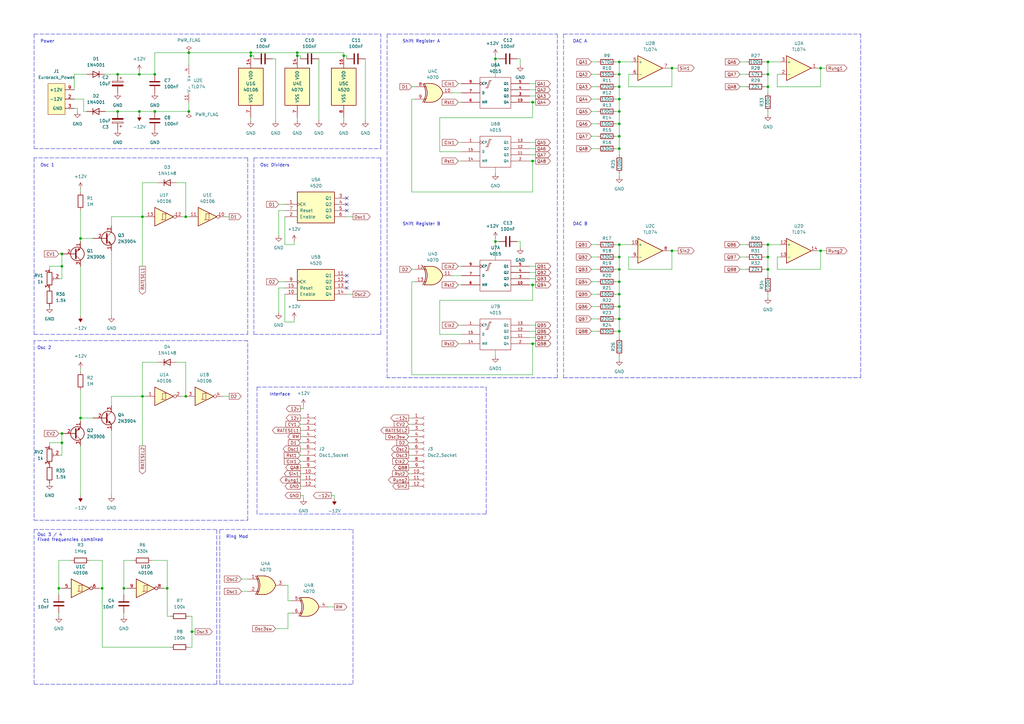
<source format=kicad_sch>
(kicad_sch (version 20211123) (generator eeschema)
  (paper "A3")
  (bus_alias "GND" (members "GND" "GND1"))
  (junction (at 254 50.8))
  (junction (at 218.44 66.04))
  (junction (at 254 115.57))
  (junction (at 314.96 105.41))
  (junction (at 314.96 25.4))
  (junction (at 254 135.89))
  (junction (at 254 120.65))
  (junction (at 76.2 162.56))
  (junction (at 58.42 162.56))
  (junction (at 254 60.96))
  (junction (at 140.97 22.86))
  (junction (at 218.44 140.97))
  (junction (at 63.5 45.72))
  (junction (at 58.42 88.9))
  (junction (at 25.4 104.14))
  (junction (at 254 40.64))
  (junction (at 254 125.73))
  (junction (at 254 105.41))
  (junction (at 254 30.48))
  (junction (at 314.96 30.48))
  (junction (at 25.4 181.61))
  (junction (at 314.96 110.49))
  (junction (at 121.92 22.86))
  (junction (at 57.15 45.72))
  (junction (at 57.15 30.48))
  (junction (at 50.8 241.3))
  (junction (at 254 110.49))
  (junction (at 336.55 27.94))
  (junction (at 48.26 45.72))
  (junction (at 102.87 21.59))
  (junction (at 24.13 241.3))
  (junction (at 33.02 97.79))
  (junction (at 254 130.81))
  (junction (at 203.2 99.06))
  (junction (at 218.44 116.84))
  (junction (at 78.74 259.08))
  (junction (at 254 35.56))
  (junction (at 254 100.33))
  (junction (at 314.96 100.33))
  (junction (at 254 25.4))
  (junction (at 218.44 41.91))
  (junction (at 275.59 27.94))
  (junction (at 314.96 35.56))
  (junction (at 68.58 241.3))
  (junction (at 77.47 45.72))
  (junction (at 25.4 109.22))
  (junction (at 63.5 30.48))
  (junction (at 254 45.72))
  (junction (at 102.87 22.86))
  (junction (at 77.47 21.59))
  (junction (at 41.91 241.3))
  (junction (at 275.59 102.87))
  (junction (at 121.92 21.59))
  (junction (at 203.2 24.13))
  (junction (at 254 55.88))
  (junction (at 48.26 30.48))
  (junction (at 336.55 102.87))
  (junction (at 76.2 88.9))
  (junction (at 33.02 171.45))
  (junction (at 25.4 177.8))
  (no_connect (at 142.24 81.28))
  (no_connect (at 142.24 83.82))
  (no_connect (at 142.24 113.03))
  (no_connect (at 142.24 86.36))
  (no_connect (at 142.24 118.11))
  (no_connect (at 142.24 115.57))
  (wire (pts (xy 123.19 194.31) (xy 124.46 194.31)))
  (wire (pts (xy 140.97 48.26) (xy 140.97 49.53)))
  (wire (pts (xy 218.44 66.04) (xy 219.71 66.04)))
  (wire (pts (xy 203.2 68.58) (xy 203.2 71.12)))
  (wire (pts (xy 69.85 252.73) (xy 68.58 252.73)))
  (wire (pts (xy 242.57 115.57) (xy 245.11 115.57)))
  (wire (pts (xy 314.96 38.1) (xy 314.96 35.56)))
  (wire (pts (xy 140.97 22.86) (xy 142.24 22.86)))
  (wire (pts (xy 336.55 27.94) (xy 335.28 27.94)))
  (wire (pts (xy 78.74 259.08) (xy 78.74 265.43)))
  (wire (pts (xy 41.91 265.43) (xy 41.91 241.3)))
  (wire (pts (xy 218.44 48.26) (xy 218.44 41.91)))
  (wire (pts (xy 123.19 173.99) (xy 124.46 173.99)))
  (wire (pts (xy 314.96 100.33) (xy 320.04 100.33)))
  (polyline (pts (xy 13.97 60.96) (xy 156.21 60.96)))
  (wire (pts (xy 118.11 257.81) (xy 118.11 251.46)))
  (wire (pts (xy 167.64 199.39) (xy 168.91 199.39)))
  (wire (pts (xy 187.96 41.91) (xy 189.23 41.91)))
  (wire (pts (xy 58.42 88.9) (xy 59.69 88.9)))
  (wire (pts (xy 72.39 74.93) (xy 76.2 74.93)))
  (wire (pts (xy 48.26 30.48) (xy 57.15 30.48)))
  (wire (pts (xy 57.15 45.72) (xy 57.15 46.99)))
  (wire (pts (xy 185.42 113.03) (xy 189.23 113.03)))
  (wire (pts (xy 167.64 186.69) (xy 168.91 186.69)))
  (wire (pts (xy 252.73 50.8) (xy 254 50.8)))
  (wire (pts (xy 140.97 21.59) (xy 140.97 22.86)))
  (wire (pts (xy 36.83 229.87) (xy 41.91 229.87)))
  (wire (pts (xy 130.81 24.13) (xy 130.81 49.53)))
  (wire (pts (xy 68.58 229.87) (xy 68.58 241.3)))
  (wire (pts (xy 24.13 241.3) (xy 25.4 241.3)))
  (wire (pts (xy 217.17 34.29) (xy 219.71 34.29)))
  (wire (pts (xy 123.19 171.45) (xy 124.46 171.45)))
  (wire (pts (xy 116.84 120.65) (xy 116.84 132.08)))
  (wire (pts (xy 218.44 41.91) (xy 217.17 41.91)))
  (wire (pts (xy 168.91 78.74) (xy 168.91 40.64)))
  (wire (pts (xy 254 100.33) (xy 259.08 100.33)))
  (wire (pts (xy 218.44 140.97) (xy 219.71 140.97)))
  (wire (pts (xy 111.76 24.13) (xy 113.03 24.13)))
  (wire (pts (xy 203.2 97.79) (xy 203.2 99.06)))
  (wire (pts (xy 257.81 30.48) (xy 257.81 35.56)))
  (wire (pts (xy 116.84 88.9) (xy 116.84 100.33)))
  (wire (pts (xy 48.26 45.72) (xy 57.15 45.72)))
  (wire (pts (xy 104.14 22.86) (xy 104.14 24.13)))
  (wire (pts (xy 217.17 39.37) (xy 219.71 39.37)))
  (wire (pts (xy 252.73 100.33) (xy 254 100.33)))
  (wire (pts (xy 43.18 30.48) (xy 48.26 30.48)))
  (wire (pts (xy 318.77 35.56) (xy 336.55 35.56)))
  (wire (pts (xy 77.47 21.59) (xy 77.47 26.67)))
  (wire (pts (xy 33.02 78.74) (xy 33.02 77.47)))
  (wire (pts (xy 254 25.4) (xy 259.08 25.4)))
  (wire (pts (xy 168.91 40.64) (xy 170.18 40.64)))
  (wire (pts (xy 218.44 78.74) (xy 168.91 78.74)))
  (wire (pts (xy 123.19 196.85) (xy 124.46 196.85)))
  (wire (pts (xy 313.69 100.33) (xy 314.96 100.33)))
  (wire (pts (xy 33.02 86.36) (xy 33.02 97.79)))
  (polyline (pts (xy 13.97 217.17) (xy 13.97 280.67)))
  (wire (pts (xy 134.62 248.92) (xy 137.16 248.92)))
  (wire (pts (xy 187.96 133.35) (xy 189.23 133.35)))
  (wire (pts (xy 121.92 21.59) (xy 121.92 22.86)))
  (wire (pts (xy 77.47 265.43) (xy 78.74 265.43)))
  (polyline (pts (xy 13.97 139.7) (xy 13.97 213.36)))
  (wire (pts (xy 45.72 162.56) (xy 58.42 162.56)))
  (wire (pts (xy 275.59 27.94) (xy 278.13 27.94)))
  (wire (pts (xy 318.77 105.41) (xy 318.77 110.49)))
  (wire (pts (xy 275.59 110.49) (xy 275.59 102.87)))
  (wire (pts (xy 203.2 143.51) (xy 203.2 146.05)))
  (wire (pts (xy 25.4 109.22) (xy 25.4 114.3)))
  (wire (pts (xy 314.96 100.33) (xy 314.96 105.41)))
  (wire (pts (xy 31.75 44.45) (xy 31.75 45.72)))
  (wire (pts (xy 118.11 251.46) (xy 119.38 251.46)))
  (wire (pts (xy 213.36 99.06) (xy 213.36 101.6)))
  (wire (pts (xy 142.24 22.86) (xy 142.24 24.13)))
  (wire (pts (xy 217.17 60.96) (xy 219.71 60.96)))
  (wire (pts (xy 62.23 229.87) (xy 68.58 229.87)))
  (wire (pts (xy 254 110.49) (xy 254 115.57)))
  (wire (pts (xy 242.57 45.72) (xy 245.11 45.72)))
  (wire (pts (xy 167.64 181.61) (xy 168.91 181.61)))
  (wire (pts (xy 121.92 21.59) (xy 140.97 21.59)))
  (wire (pts (xy 167.64 191.77) (xy 168.91 191.77)))
  (wire (pts (xy 20.32 181.61) (xy 20.32 182.88)))
  (wire (pts (xy 252.73 130.81) (xy 254 130.81)))
  (wire (pts (xy 167.64 179.07) (xy 168.91 179.07)))
  (wire (pts (xy 167.64 189.23) (xy 168.91 189.23)))
  (wire (pts (xy 123.19 203.2) (xy 124.46 203.2)))
  (wire (pts (xy 217.17 58.42) (xy 219.71 58.42)))
  (wire (pts (xy 124.46 203.2) (xy 124.46 204.47)))
  (wire (pts (xy 41.91 229.87) (xy 41.91 241.3)))
  (wire (pts (xy 254 50.8) (xy 254 55.88)))
  (wire (pts (xy 180.34 123.19) (xy 218.44 123.19)))
  (wire (pts (xy 123.19 199.39) (xy 124.46 199.39)))
  (wire (pts (xy 92.71 88.9) (xy 93.98 88.9)))
  (polyline (pts (xy 101.6 64.77) (xy 26.67 64.77)))
  (wire (pts (xy 203.2 99.06) (xy 203.2 106.68)))
  (wire (pts (xy 187.96 66.04) (xy 189.23 66.04)))
  (wire (pts (xy 252.73 30.48) (xy 254 30.48)))
  (wire (pts (xy 33.02 109.22) (xy 33.02 129.54)))
  (wire (pts (xy 77.47 41.91) (xy 77.47 45.72)))
  (wire (pts (xy 168.91 115.57) (xy 170.18 115.57)))
  (wire (pts (xy 252.73 115.57) (xy 254 115.57)))
  (wire (pts (xy 24.13 241.3) (xy 24.13 243.84)))
  (wire (pts (xy 242.57 120.65) (xy 245.11 120.65)))
  (wire (pts (xy 63.5 45.72) (xy 77.47 45.72)))
  (polyline (pts (xy 101.6 213.36) (xy 101.6 139.7)))
  (wire (pts (xy 217.17 66.04) (xy 218.44 66.04)))
  (wire (pts (xy 320.04 30.48) (xy 318.77 30.48)))
  (wire (pts (xy 336.55 27.94) (xy 339.09 27.94)))
  (wire (pts (xy 78.74 252.73) (xy 78.74 259.08)))
  (wire (pts (xy 252.73 55.88) (xy 254 55.88)))
  (polyline (pts (xy 104.14 64.77) (xy 156.21 64.77)))
  (wire (pts (xy 33.02 152.4) (xy 33.02 151.13)))
  (wire (pts (xy 123.19 186.69) (xy 124.46 186.69)))
  (polyline (pts (xy 231.14 13.97) (xy 353.06 13.97)))
  (wire (pts (xy 99.06 242.57) (xy 101.6 242.57)))
  (wire (pts (xy 252.73 35.56) (xy 254 35.56)))
  (wire (pts (xy 254 138.43) (xy 254 135.89)))
  (wire (pts (xy 203.2 24.13) (xy 204.47 24.13)))
  (polyline (pts (xy 158.75 13.97) (xy 158.75 154.94)))
  (wire (pts (xy 254 55.88) (xy 254 60.96)))
  (wire (pts (xy 242.57 50.8) (xy 245.11 50.8)))
  (wire (pts (xy 254 125.73) (xy 254 130.81)))
  (wire (pts (xy 213.36 24.13) (xy 213.36 26.67)))
  (wire (pts (xy 118.11 240.03) (xy 118.11 246.38)))
  (wire (pts (xy 303.53 105.41) (xy 306.07 105.41)))
  (wire (pts (xy 102.87 21.59) (xy 121.92 21.59)))
  (wire (pts (xy 24.13 186.69) (xy 25.4 186.69)))
  (wire (pts (xy 254 63.5) (xy 254 60.96)))
  (wire (pts (xy 116.84 100.33) (xy 120.65 100.33)))
  (wire (pts (xy 63.5 21.59) (xy 77.47 21.59)))
  (wire (pts (xy 58.42 88.9) (xy 58.42 109.22)))
  (wire (pts (xy 30.48 44.45) (xy 31.75 44.45)))
  (wire (pts (xy 217.17 111.76) (xy 219.71 111.76)))
  (wire (pts (xy 217.17 36.83) (xy 219.71 36.83)))
  (wire (pts (xy 50.8 241.3) (xy 50.8 243.84)))
  (wire (pts (xy 149.86 24.13) (xy 149.86 49.53)))
  (wire (pts (xy 218.44 123.19) (xy 218.44 116.84)))
  (wire (pts (xy 217.17 135.89) (xy 219.71 135.89)))
  (wire (pts (xy 242.57 35.56) (xy 245.11 35.56)))
  (wire (pts (xy 76.2 88.9) (xy 77.47 88.9)))
  (polyline (pts (xy 231.14 13.97) (xy 231.14 154.94)))
  (wire (pts (xy 254 105.41) (xy 254 110.49)))
  (wire (pts (xy 314.96 110.49) (xy 313.69 110.49)))
  (wire (pts (xy 254 45.72) (xy 254 50.8)))
  (wire (pts (xy 187.96 109.22) (xy 189.23 109.22)))
  (wire (pts (xy 116.84 118.11) (xy 114.3 118.11)))
  (wire (pts (xy 58.42 88.9) (xy 58.42 74.93)))
  (wire (pts (xy 114.3 115.57) (xy 116.84 115.57)))
  (wire (pts (xy 218.44 153.67) (xy 168.91 153.67)))
  (wire (pts (xy 252.73 110.49) (xy 254 110.49)))
  (wire (pts (xy 217.17 114.3) (xy 219.71 114.3)))
  (wire (pts (xy 25.4 104.14) (xy 25.4 109.22)))
  (wire (pts (xy 167.64 184.15) (xy 168.91 184.15)))
  (polyline (pts (xy 88.9 280.67) (xy 88.9 217.17)))
  (wire (pts (xy 76.2 74.93) (xy 76.2 88.9)))
  (wire (pts (xy 203.2 22.86) (xy 203.2 24.13)))
  (wire (pts (xy 24.13 114.3) (xy 25.4 114.3)))
  (wire (pts (xy 254 120.65) (xy 254 125.73)))
  (wire (pts (xy 38.1 171.45) (xy 33.02 171.45)))
  (wire (pts (xy 38.1 97.79) (xy 33.02 97.79)))
  (wire (pts (xy 76.2 88.9) (xy 74.93 88.9)))
  (wire (pts (xy 102.87 48.26) (xy 102.87 49.53)))
  (polyline (pts (xy 26.67 64.77) (xy 13.97 64.77)))
  (wire (pts (xy 57.15 30.48) (xy 63.5 30.48)))
  (wire (pts (xy 24.13 251.46) (xy 24.13 252.73)))
  (wire (pts (xy 242.57 125.73) (xy 245.11 125.73)))
  (wire (pts (xy 167.64 176.53) (xy 168.91 176.53)))
  (wire (pts (xy 116.84 86.36) (xy 114.3 86.36)))
  (wire (pts (xy 113.03 257.81) (xy 118.11 257.81)))
  (wire (pts (xy 50.8 229.87) (xy 54.61 229.87)))
  (wire (pts (xy 242.57 135.89) (xy 245.11 135.89)))
  (wire (pts (xy 336.55 102.87) (xy 335.28 102.87)))
  (wire (pts (xy 25.4 177.8) (xy 25.4 181.61)))
  (wire (pts (xy 218.44 41.91) (xy 219.71 41.91)))
  (wire (pts (xy 123.19 189.23) (xy 124.46 189.23)))
  (wire (pts (xy 120.65 130.81) (xy 120.65 132.08)))
  (polyline (pts (xy 90.17 217.17) (xy 144.78 217.17)))
  (wire (pts (xy 189.23 137.16) (xy 180.34 137.16)))
  (wire (pts (xy 313.69 30.48) (xy 314.96 30.48)))
  (wire (pts (xy 252.73 40.64) (xy 254 40.64)))
  (wire (pts (xy 123.19 181.61) (xy 124.46 181.61)))
  (wire (pts (xy 314.96 35.56) (xy 313.69 35.56)))
  (wire (pts (xy 314.96 25.4) (xy 320.04 25.4)))
  (polyline (pts (xy 228.6 13.97) (xy 228.6 154.94)))
  (wire (pts (xy 259.08 105.41) (xy 257.81 105.41)))
  (wire (pts (xy 275.59 27.94) (xy 274.32 27.94)))
  (wire (pts (xy 314.96 30.48) (xy 314.96 35.56)))
  (wire (pts (xy 142.24 120.65) (xy 144.78 120.65)))
  (wire (pts (xy 242.57 110.49) (xy 245.11 110.49)))
  (wire (pts (xy 242.57 60.96) (xy 245.11 60.96)))
  (wire (pts (xy 275.59 35.56) (xy 275.59 27.94)))
  (wire (pts (xy 254 100.33) (xy 254 105.41)))
  (wire (pts (xy 123.19 191.77) (xy 124.46 191.77)))
  (wire (pts (xy 120.65 99.06) (xy 120.65 100.33)))
  (wire (pts (xy 167.64 171.45) (xy 168.91 171.45)))
  (polyline (pts (xy 13.97 13.97) (xy 13.97 60.96)))
  (wire (pts (xy 72.39 148.59) (xy 76.2 148.59)))
  (wire (pts (xy 252.73 125.73) (xy 254 125.73)))
  (wire (pts (xy 24.13 241.3) (xy 24.13 229.87)))
  (wire (pts (xy 252.73 105.41) (xy 254 105.41)))
  (wire (pts (xy 116.84 132.08) (xy 120.65 132.08)))
  (polyline (pts (xy 13.97 64.77) (xy 13.97 137.16)))
  (polyline (pts (xy 13.97 213.36) (xy 101.6 213.36)))
  (wire (pts (xy 180.34 48.26) (xy 218.44 48.26)))
  (wire (pts (xy 218.44 116.84) (xy 219.71 116.84)))
  (wire (pts (xy 242.57 30.48) (xy 245.11 30.48)))
  (wire (pts (xy 275.59 102.87) (xy 278.13 102.87)))
  (wire (pts (xy 58.42 162.56) (xy 59.69 162.56)))
  (wire (pts (xy 187.96 34.29) (xy 189.23 34.29)))
  (polyline (pts (xy 228.6 154.94) (xy 158.75 154.94)))
  (wire (pts (xy 20.32 109.22) (xy 20.32 110.49)))
  (wire (pts (xy 113.03 24.13) (xy 113.03 49.53)))
  (wire (pts (xy 33.02 97.79) (xy 33.02 99.06)))
  (wire (pts (xy 45.72 162.56) (xy 45.72 166.37)))
  (wire (pts (xy 218.44 66.04) (xy 218.44 78.74)))
  (wire (pts (xy 167.64 196.85) (xy 168.91 196.85)))
  (wire (pts (xy 33.02 182.88) (xy 33.02 203.2)))
  (wire (pts (xy 124.46 166.37) (xy 124.46 167.64)))
  (wire (pts (xy 123.19 179.07) (xy 124.46 179.07)))
  (wire (pts (xy 314.96 113.03) (xy 314.96 110.49)))
  (wire (pts (xy 218.44 116.84) (xy 217.17 116.84)))
  (wire (pts (xy 218.44 140.97) (xy 218.44 153.67)))
  (wire (pts (xy 203.2 24.13) (xy 203.2 31.75)))
  (wire (pts (xy 217.17 133.35) (xy 219.71 133.35)))
  (polyline (pts (xy 156.21 60.96) (xy 156.21 13.97)))
  (polyline (pts (xy 105.41 158.75) (xy 199.39 158.75)))
  (wire (pts (xy 252.73 120.65) (xy 254 120.65)))
  (wire (pts (xy 102.87 22.86) (xy 104.14 22.86)))
  (wire (pts (xy 58.42 162.56) (xy 58.42 182.88)))
  (wire (pts (xy 78.74 259.08) (xy 80.01 259.08)))
  (wire (pts (xy 303.53 25.4) (xy 306.07 25.4)))
  (wire (pts (xy 336.55 35.56) (xy 336.55 27.94)))
  (wire (pts (xy 252.73 25.4) (xy 254 25.4)))
  (wire (pts (xy 34.29 40.64) (xy 34.29 45.72)))
  (wire (pts (xy 313.69 25.4) (xy 314.96 25.4)))
  (wire (pts (xy 167.64 194.31) (xy 168.91 194.31)))
  (wire (pts (xy 25.4 186.69) (xy 25.4 181.61)))
  (wire (pts (xy 187.96 140.97) (xy 189.23 140.97)))
  (wire (pts (xy 187.96 58.42) (xy 189.23 58.42)))
  (wire (pts (xy 254 130.81) (xy 254 135.89)))
  (wire (pts (xy 25.4 181.61) (xy 20.32 181.61)))
  (wire (pts (xy 45.72 88.9) (xy 45.72 92.71)))
  (wire (pts (xy 30.48 30.48) (xy 30.48 36.83)))
  (wire (pts (xy 135.89 203.2) (xy 137.16 203.2)))
  (polyline (pts (xy 13.97 137.16) (xy 101.6 137.16)))
  (wire (pts (xy 24.13 229.87) (xy 29.21 229.87)))
  (polyline (pts (xy 104.14 137.16) (xy 156.21 137.16)))
  (wire (pts (xy 254 60.96) (xy 252.73 60.96)))
  (wire (pts (xy 116.84 240.03) (xy 118.11 240.03)))
  (wire (pts (xy 314.96 105.41) (xy 314.96 110.49)))
  (polyline (pts (xy 90.17 280.67) (xy 90.17 217.17)))
  (wire (pts (xy 217.17 109.22) (xy 219.71 109.22)))
  (wire (pts (xy 57.15 29.21) (xy 57.15 30.48)))
  (wire (pts (xy 303.53 35.56) (xy 306.07 35.56)))
  (wire (pts (xy 123.19 176.53) (xy 124.46 176.53)))
  (wire (pts (xy 123.19 184.15) (xy 124.46 184.15)))
  (wire (pts (xy 314.96 25.4) (xy 314.96 30.48)))
  (polyline (pts (xy 156.21 137.16) (xy 156.21 64.77)))
  (wire (pts (xy 242.57 105.41) (xy 245.11 105.41)))
  (polyline (pts (xy 13.97 217.17) (xy 88.9 217.17)))
  (wire (pts (xy 254 30.48) (xy 254 35.56)))
  (wire (pts (xy 58.42 74.93) (xy 64.77 74.93)))
  (wire (pts (xy 254 35.56) (xy 254 40.64)))
  (wire (pts (xy 185.42 38.1) (xy 189.23 38.1)))
  (wire (pts (xy 187.96 116.84) (xy 189.23 116.84)))
  (wire (pts (xy 121.92 48.26) (xy 121.92 49.53)))
  (wire (pts (xy 242.57 130.81) (xy 245.11 130.81)))
  (wire (pts (xy 213.36 99.06) (xy 212.09 99.06)))
  (wire (pts (xy 76.2 148.59) (xy 76.2 162.56)))
  (wire (pts (xy 34.29 45.72) (xy 35.56 45.72)))
  (wire (pts (xy 123.19 22.86) (xy 123.19 24.13)))
  (polyline (pts (xy 104.14 64.77) (xy 104.14 137.16)))
  (wire (pts (xy 99.06 237.49) (xy 101.6 237.49)))
  (wire (pts (xy 303.53 110.49) (xy 306.07 110.49)))
  (wire (pts (xy 45.72 88.9) (xy 58.42 88.9)))
  (wire (pts (xy 50.8 251.46) (xy 50.8 252.73)))
  (wire (pts (xy 124.46 167.64) (xy 123.19 167.64)))
  (wire (pts (xy 212.09 24.13) (xy 213.36 24.13)))
  (wire (pts (xy 77.47 21.59) (xy 102.87 21.59)))
  (wire (pts (xy 217.17 63.5) (xy 219.71 63.5)))
  (wire (pts (xy 303.53 30.48) (xy 306.07 30.48)))
  (polyline (pts (xy 353.06 154.94) (xy 353.06 13.97)))
  (wire (pts (xy 121.92 22.86) (xy 123.19 22.86)))
  (wire (pts (xy 91.44 162.56) (xy 93.98 162.56)))
  (wire (pts (xy 58.42 162.56) (xy 58.42 148.59)))
  (wire (pts (xy 102.87 21.59) (xy 102.87 22.86)))
  (wire (pts (xy 242.57 100.33) (xy 245.11 100.33)))
  (wire (pts (xy 50.8 229.87) (xy 50.8 241.3)))
  (wire (pts (xy 314.96 120.65) (xy 314.96 121.92)))
  (wire (pts (xy 314.96 45.72) (xy 314.96 46.99)))
  (wire (pts (xy 33.02 160.02) (xy 33.02 171.45)))
  (wire (pts (xy 217.17 138.43) (xy 219.71 138.43)))
  (polyline (pts (xy 90.17 280.67) (xy 144.78 280.67)))
  (wire (pts (xy 24.13 104.14) (xy 25.4 104.14)))
  (wire (pts (xy 180.34 62.23) (xy 180.34 48.26)))
  (wire (pts (xy 76.2 162.56) (xy 74.93 162.56)))
  (wire (pts (xy 35.56 30.48) (xy 30.48 30.48)))
  (wire (pts (xy 254 71.12) (xy 254 72.39)))
  (wire (pts (xy 254 115.57) (xy 254 120.65)))
  (wire (pts (xy 67.31 241.3) (xy 68.58 241.3)))
  (wire (pts (xy 259.08 30.48) (xy 257.81 30.48)))
  (wire (pts (xy 318.77 110.49) (xy 336.55 110.49)))
  (wire (pts (xy 114.3 118.11) (xy 114.3 128.27)))
  (wire (pts (xy 20.32 109.22) (xy 25.4 109.22)))
  (wire (pts (xy 114.3 83.82) (xy 116.84 83.82)))
  (wire (pts (xy 52.07 241.3) (xy 50.8 241.3)))
  (wire (pts (xy 242.57 25.4) (xy 245.11 25.4)))
  (wire (pts (xy 63.5 21.59) (xy 63.5 30.48)))
  (wire (pts (xy 254 25.4) (xy 254 30.48)))
  (polyline (pts (xy 158.75 13.97) (xy 228.6 13.97)))
  (wire (pts (xy 189.23 62.23) (xy 180.34 62.23)))
  (wire (pts (xy 275.59 102.87) (xy 274.32 102.87)))
  (wire (pts (xy 45.72 102.87) (xy 45.72 129.54)))
  (wire (pts (xy 257.81 35.56) (xy 275.59 35.56)))
  (polyline (pts (xy 199.39 210.82) (xy 105.41 210.82)))
  (wire (pts (xy 318.77 30.48) (xy 318.77 35.56)))
  (wire (pts (xy 336.55 102.87) (xy 339.09 102.87)))
  (polyline (pts (xy 231.14 154.94) (xy 353.06 154.94)))
  (wire (pts (xy 257.81 105.41) (xy 257.81 110.49)))
  (polyline (pts (xy 101.6 139.7) (xy 13.97 139.7)))
  (wire (pts (xy 40.64 241.3) (xy 41.91 241.3)))
  (wire (pts (xy 313.69 105.41) (xy 314.96 105.41)))
  (polyline (pts (xy 199.39 158.75) (xy 199.39 210.82)))
  (wire (pts (xy 203.2 99.06) (xy 204.47 99.06)))
  (wire (pts (xy 45.72 176.53) (xy 45.72 203.2)))
  (wire (pts (xy 320.04 105.41) (xy 318.77 105.41)))
  (wire (pts (xy 336.55 110.49) (xy 336.55 102.87)))
  (wire (pts (xy 68.58 241.3) (xy 68.58 252.73)))
  (wire (pts (xy 254 135.89) (xy 252.73 135.89)))
  (polyline (pts (xy 101.6 137.16) (xy 101.6 64.77)))
  (wire (pts (xy 168.91 110.49) (xy 170.18 110.49)))
  (wire (pts (xy 24.13 177.8) (xy 25.4 177.8)))
  (wire (pts (xy 303.53 100.33) (xy 306.07 100.33)))
  (wire (pts (xy 252.73 45.72) (xy 254 45.72)))
  (wire (pts (xy 254 146.05) (xy 254 147.32)))
  (wire (pts (xy 43.18 45.72) (xy 48.26 45.72)))
  (wire (pts (xy 242.57 55.88) (xy 245.11 55.88)))
  (wire (pts (xy 242.57 40.64) (xy 245.11 40.64)))
  (wire (pts (xy 168.91 153.67) (xy 168.91 115.57)))
  (wire (pts (xy 118.11 246.38) (xy 119.38 246.38)))
  (polyline (pts (xy 13.97 13.97) (xy 156.21 13.97)))
  (wire (pts (xy 257.81 110.49) (xy 275.59 110.49)))
  (polyline (pts (xy 13.97 280.67) (xy 88.9 280.67)))
  (wire (pts (xy 114.3 86.36) (xy 114.3 96.52)))
  (wire (pts (xy 30.48 40.64) (xy 34.29 40.64)))
  (polyline (pts (xy 144.78 217.17) (xy 144.78 280.67)))
  (wire (pts (xy 137.16 203.2) (xy 137.16 204.47)))
  (wire (pts (xy 77.47 252.73) (xy 78.74 252.73)))
  (wire (pts (xy 33.02 171.45) (xy 33.02 172.72)))
  (wire (pts (xy 168.91 35.56) (xy 170.18 35.56)))
  (wire (pts (xy 57.15 45.72) (xy 63.5 45.72)))
  (wire (pts (xy 69.85 265.43) (xy 41.91 265.43)))
  (wire (pts (xy 142.24 88.9) (xy 144.78 88.9)))
  (wire (pts (xy 167.64 173.99) (xy 168.91 173.99)))
  (wire (pts (xy 180.34 137.16) (xy 180.34 123.19)))
  (polyline (pts (xy 105.41 158.75) (xy 105.41 210.82)))
  (wire (pts (xy 58.42 148.59) (xy 64.77 148.59)))
  (wire (pts (xy 254 40.64) (xy 254 45.72)))
  (wire (pts (xy 217.17 140.97) (xy 218.44 140.97)))
  (text "Osc 2" (at 15.24 143.51 0) (effects (font (size 1.27 1.27)) (justify left bottom)))
  (text "Osc 3 / 4\nFixed frequencies combined" (at 15.24 222.25 0) (effects (font (size 1.27 1.27)) (justify left bottom)))
  (text "Osc Dividers" (at 106.68 68.58 0) (effects (font (size 1.27 1.27)) (justify left bottom)))
  (text "Power" (at 16.51 17.78 0) (effects (font (size 1.27 1.27)) (justify left bottom)))
  (text "Interface" (at 110.49 162.56 0) (effects (font (size 1.27 1.27)) (justify left bottom)))
  (text "Osc 1" (at 16.51 68.58 0) (effects (font (size 1.27 1.27)) (justify left bottom)))
  (text "Shift Register B" (at 165.1 92.71 0) (effects (font (size 1.27 1.27)) (justify left bottom)))
  (text "Ring Mod" (at 92.71 220.98 0) (effects (font (size 1.27 1.27)) (justify left bottom)))
  (text "DAC A" (at 234.95 17.78 0) (effects (font (size 1.27 1.27)) (justify left bottom)))
  (text "DAC B" (at 234.95 92.71 0) (effects (font (size 1.27 1.27)) (justify left bottom)))
  (text "Shift Register A" (at 165.1 17.78 0) (effects (font (size 1.27 1.27)) (justify left bottom)))
  (global_label "Rst2" (shape input) (at 187.96 116.84 180) (property "Intersheet References" "${INTERSHEET_REFS}" (effects hide)))
  (global_label "QA8" (shape output) (at 123.19 191.77 180) (property "Intersheet References" "${INTERSHEET_REFS}" (effects hide)))
  (global_label "QA4" (shape input) (at 242.57 40.64 180) (property "Intersheet References" "${INTERSHEET_REFS}" (effects hide)))
  (global_label "QA3" (shape input) (at 242.57 35.56 180) (property "Intersheet References" "${INTERSHEET_REFS}" (effects hide)))
  (global_label "Rung1" (shape output) (at 123.19 196.85 180) (property "Intersheet References" "${INTERSHEET_REFS}" (effects hide)))
  (global_label "-12v" (shape output) (at 135.89 203.2 180) (property "Intersheet References" "${INTERSHEET_REFS}" (effects hide)))
  (global_label "D2" (shape input) (at 167.64 181.61 180) (property "Intersheet References" "${INTERSHEET_REFS}" (effects hide)))
  (global_label "Osc2" (shape output) (at 144.78 120.65 0) (property "Intersheet References" "${INTERSHEET_REFS}" (effects hide)))
  (global_label "Rung1" (shape output) (at 339.09 27.94 0) (property "Intersheet References" "${INTERSHEET_REFS}" (effects hide)))
  (global_label "RM" (shape output) (at 123.19 179.07 180) (property "Intersheet References" "${INTERSHEET_REFS}" (effects hide)))
  (global_label "QA2" (shape input) (at 242.57 30.48 180) (property "Intersheet References" "${INTERSHEET_REFS}" (effects hide)))
  (global_label "O2" (shape output) (at 93.98 162.56 0) (property "Intersheet References" "${INTERSHEET_REFS}" (effects hide)))
  (global_label "RATESEL1" (shape output) (at 58.42 109.22 270) (property "Intersheet References" "${INTERSHEET_REFS}" (effects hide)))
  (global_label "QA1" (shape input) (at 242.57 25.4 180) (property "Intersheet References" "${INTERSHEET_REFS}" (effects hide)))
  (global_label "CV1" (shape input) (at 24.13 104.14 180) (property "Intersheet References" "${INTERSHEET_REFS}" (effects hide)))
  (global_label "QA2" (shape output) (at 219.71 36.83 0) (property "Intersheet References" "${INTERSHEET_REFS}" (effects hide)))
  (global_label "CV1" (shape input) (at 123.19 173.99 180) (property "Intersheet References" "${INTERSHEET_REFS}" (effects hide)))
  (global_label "QA8" (shape input) (at 242.57 60.96 180) (property "Intersheet References" "${INTERSHEET_REFS}" (effects hide)))
  (global_label "QB6" (shape output) (at 219.71 135.89 0) (property "Intersheet References" "${INTERSHEET_REFS}" (effects hide)))
  (global_label "QB3" (shape output) (at 219.71 114.3 0) (property "Intersheet References" "${INTERSHEET_REFS}" (effects hide)))
  (global_label "QB8" (shape output) (at 219.71 140.97 0) (property "Intersheet References" "${INTERSHEET_REFS}" (effects hide)))
  (global_label "QB1" (shape output) (at 219.71 109.22 0) (property "Intersheet References" "${INTERSHEET_REFS}" (effects hide)))
  (global_label "Sin1" (shape output) (at 278.13 27.94 0) (property "Intersheet References" "${INTERSHEET_REFS}" (effects hide)))
  (global_label "CV2" (shape input) (at 24.13 177.8 180) (property "Intersheet References" "${INTERSHEET_REFS}" (effects hide)))
  (global_label "QA8" (shape output) (at 219.71 66.04 0) (property "Intersheet References" "${INTERSHEET_REFS}" (effects hide)))
  (global_label "Rung2" (shape output) (at 167.64 196.85 180) (property "Intersheet References" "${INTERSHEET_REFS}" (effects hide)))
  (global_label "Rst2" (shape input) (at 187.96 140.97 180) (property "Intersheet References" "${INTERSHEET_REFS}" (effects hide)))
  (global_label "QB1" (shape input) (at 242.57 100.33 180) (property "Intersheet References" "${INTERSHEET_REFS}" (effects hide)))
  (global_label "Rst2" (shape input) (at 167.64 194.31 180) (property "Intersheet References" "${INTERSHEET_REFS}" (effects hide)))
  (global_label "QA5" (shape input) (at 242.57 45.72 180) (property "Intersheet References" "${INTERSHEET_REFS}" (effects hide)))
  (global_label "O2" (shape input) (at 114.3 115.57 180) (property "Intersheet References" "${INTERSHEET_REFS}" (effects hide)))
  (global_label "Clk2" (shape input) (at 187.96 109.22 180) (property "Intersheet References" "${INTERSHEET_REFS}" (effects hide)))
  (global_label "QB3" (shape input) (at 242.57 110.49 180) (property "Intersheet References" "${INTERSHEET_REFS}" (effects hide)))
  (global_label "Osc1" (shape output) (at 144.78 88.9 0) (property "Intersheet References" "${INTERSHEET_REFS}" (effects hide)))
  (global_label "Clk1" (shape input) (at 187.96 58.42 180) (property "Intersheet References" "${INTERSHEET_REFS}" (effects hide)))
  (global_label "Rst1" (shape input) (at 123.19 186.69 180) (property "Intersheet References" "${INTERSHEET_REFS}" (effects hide)))
  (global_label "RATESEL2" (shape output) (at 58.42 182.88 270) (property "Intersheet References" "${INTERSHEET_REFS}" (effects hide)))
  (global_label "QB7" (shape input) (at 242.57 130.81 180) (property "Intersheet References" "${INTERSHEET_REFS}" (effects hide)))
  (global_label "12v" (shape output) (at 123.19 167.64 180) (property "Intersheet References" "${INTERSHEET_REFS}" (effects hide)))
  (global_label "QB6" (shape input) (at 242.57 125.73 180) (property "Intersheet References" "${INTERSHEET_REFS}" (effects hide)))
  (global_label "Rung2" (shape output) (at 339.09 102.87 0) (property "Intersheet References" "${INTERSHEET_REFS}" (effects hide)))
  (global_label "Osc3sw" (shape input) (at 167.64 179.07 180) (property "Intersheet References" "${INTERSHEET_REFS}" (effects hide)))
  (global_label "D1" (shape input) (at 168.91 35.56 180) (property "Intersheet References" "${INTERSHEET_REFS}" (effects hide)))
  (global_label "Rst1" (shape input) (at 187.96 41.91 180) (property "Intersheet References" "${INTERSHEET_REFS}" (effects hide)))
  (global_label "GND" (shape output) (at 123.19 203.2 180) (property "Intersheet References" "${INTERSHEET_REFS}" (effects hide)))
  (global_label "Clk2" (shape input) (at 187.96 133.35 180) (property "Intersheet References" "${INTERSHEET_REFS}" (effects hide)))
  (global_label "Osc3" (shape output) (at 80.01 259.08 0) (property "Intersheet References" "${INTERSHEET_REFS}" (effects hide)))
  (global_label "QA7" (shape input) (at 242.57 55.88 180) (property "Intersheet References" "${INTERSHEET_REFS}" (effects hide)))
  (global_label "Clk1" (shape input) (at 187.96 34.29 180) (property "Intersheet References" "${INTERSHEET_REFS}" (effects hide)))
  (global_label "Osc3sw" (shape input) (at 113.03 257.81 180) (property "Intersheet References" "${INTERSHEET_REFS}" (effects hide)))
  (global_label "QB4" (shape input) (at 242.57 115.57 180) (property "Intersheet References" "${INTERSHEET_REFS}" (effects hide)))
  (global_label "QA6" (shape input) (at 242.57 50.8 180) (property "Intersheet References" "${INTERSHEET_REFS}" (effects hide)))
  (global_label "QB8" (shape output) (at 167.64 191.77 180) (property "Intersheet References" "${INTERSHEET_REFS}" (effects hide)))
  (global_label "Osc3" (shape output) (at 167.64 186.69 180) (property "Intersheet References" "${INTERSHEET_REFS}" (effects hide)))
  (global_label "RATESEL2" (shape output) (at 167.64 176.53 180) (property "Intersheet References" "${INTERSHEET_REFS}" (effects hide)))
  (global_label "QA6" (shape input) (at 303.53 25.4 180) (property "Intersheet References" "${INTERSHEET_REFS}" (effects hide)))
  (global_label "RATESEL1" (shape output) (at 123.19 176.53 180) (property "Intersheet References" "${INTERSHEET_REFS}" (effects hide)))
  (global_label "RM" (shape output) (at 137.16 248.92 0) (property "Intersheet References" "${INTERSHEET_REFS}" (effects hide)))
  (global_label "QA7" (shape input) (at 303.53 30.48 180) (property "Intersheet References" "${INTERSHEET_REFS}" (effects hide)))
  (global_label "QB7" (shape output) (at 219.71 138.43 0) (property "Intersheet References" "${INTERSHEET_REFS}" (effects hide)))
  (global_label "QB8" (shape input) (at 242.57 135.89 180) (property "Intersheet References" "${INTERSHEET_REFS}" (effects hide)))
  (global_label "Osc1" (shape input) (at 99.06 242.57 180) (property "Intersheet References" "${INTERSHEET_REFS}" (effects hide)))
  (global_label "D1" (shape input) (at 123.19 181.61 180) (property "Intersheet References" "${INTERSHEET_REFS}" (effects hide)))
  (global_label "QB7" (shape input) (at 303.53 105.41 180) (property "Intersheet References" "${INTERSHEET_REFS}" (effects hide)))
  (global_label "QA7" (shape output) (at 219.71 63.5 0) (property "Intersheet References" "${INTERSHEET_REFS}" (effects hide)))
  (global_label "QA1" (shape output) (at 219.71 34.29 0) (property "Intersheet References" "${INTERSHEET_REFS}" (effects hide)))
  (global_label "Rst1" (shape input) (at 187.96 66.04 180) (property "Intersheet References" "${INTERSHEET_REFS}" (effects hide)))
  (global_label "Sin1" (shape output) (at 123.19 194.31 180) (property "Intersheet References" "${INTERSHEET_REFS}" (effects hide)))
  (global_label "O1" (shape input) (at 114.3 83.82 180) (property "Intersheet References" "${INTERSHEET_REFS}" (effects hide)))
  (global_label "QA6" (shape output) (at 219.71 60.96 0) (property "Intersheet References" "${INTERSHEET_REFS}" (effects hide)))
  (global_label "QA3" (shape output) (at 219.71 39.37 0) (property "Intersheet References" "${INTERSHEET_REFS}" (effects hide)))
  (global_label "Clk1" (shape input) (at 123.19 189.23 180) (property "Intersheet References" "${INTERSHEET_REFS}" (effects hide)))
  (global_label "QB4" (shape output) (at 219.71 116.84 0) (property "Intersheet References" "${INTERSHEET_REFS}" (effects hide)))
  (global_label "QB8" (shape input) (at 303.53 110.49 180) (property "Intersheet References" "${INTERSHEET_REFS}" (effects hide)))
  (global_label "Sin2" (shape output) (at 167.64 199.39 180) (property "Intersheet References" "${INTERSHEET_REFS}" (effects hide)))
  (global_label "QA5" (shape output) (at 219.71 58.42 0) (property "Intersheet References" "${INTERSHEET_REFS}" (effects hide)))
  (global_label "O1" (shape output) (at 93.98 88.9 0) (property "Intersheet References" "${INTERSHEET_REFS}" (effects hide)))
  (global_label "Osc1" (shape output) (at 123.19 184.15 180) (property "Intersheet References" "${INTERSHEET_REFS}" (effects hide)))
  (global_label "QB5" (shape output) (at 219.71 133.35 0) (property "Intersheet References" "${INTERSHEET_REFS}" (effects hide)))
  (global_label "QA4" (shape output) (at 219.71 41.91 0) (property "Intersheet References" "${INTERSHEET_REFS}" (effects hide)))
  (global_label "Clk2" (shape input) (at 167.64 189.23 180) (property "Intersheet References" "${INTERSHEET_REFS}" (effects hide)))
  (global_label "CV2" (shape input) (at 167.64 173.99 180) (property "Intersheet References" "${INTERSHEET_REFS}" (effects hide)))
  (global_label "QB2" (shape input) (at 242.57 105.41 180) (property "Intersheet References" "${INTERSHEET_REFS}" (effects hide)))
  (global_label "12v" (shape output) (at 123.19 171.45 180) (property "Intersheet References" "${INTERSHEET_REFS}" (effects hide)))
  (global_label "Osc2" (shape output) (at 167.64 184.15 180) (property "Intersheet References" "${INTERSHEET_REFS}" (effects hide)))
  (global_label "Osc2" (shape input) (at 99.06 237.49 180) (property "Intersheet References" "${INTERSHEET_REFS}" (effects hide)))
  (global_label "QB2" (shape output) (at 219.71 111.76 0) (property "Intersheet References" "${INTERSHEET_REFS}" (effects hide)))
  (global_label "QA8" (shape input) (at 303.53 35.56 180) (property "Intersheet References" "${INTERSHEET_REFS}" (effects hide)))
  (global_label "D2" (shape input) (at 168.91 110.49 180) (property "Intersheet References" "${INTERSHEET_REFS}" (effects hide)))
  (global_label "QB6" (shape input) (at 303.53 100.33 180) (property "Intersheet References" "${INTERSHEET_REFS}" (effects hide)))
  (global_label "QB5" (shape input) (at 242.57 120.65 180) (property "Intersheet References" "${INTERSHEET_REFS}" (effects hide)))
  (global_label "GND" (shape output) (at 123.19 199.39 180) (property "Intersheet References" "${INTERSHEET_REFS}" (effects hide)))
  (global_label "Sin2" (shape output) (at 278.13 102.87 0) (property "Intersheet References" "${INTERSHEET_REFS}" (effects hide)))
  (global_label "-12v" (shape output) (at 167.64 171.45 180) (property "Intersheet References" "${INTERSHEET_REFS}" (effects hide)))
  (symbol (lib_id "Diode:1N4001") (at 39.37 30.48 180) (unit 1)
    (property "Reference" "D1" (at 39.37 24.13 0))
    (property "Value" "1N4001" (at 39.37 26.67 0))
    (property "Footprint" "Diode_THT:D_DO-41_SOD81_P10.16mm_Horizontal" (effects hide))
    (property "Datasheet" "http://www.vishay.com/docs/88503/1n4001.pdf" (effects hide))
  )
  (symbol (lib_id "4xxx:40106") (at 33.02 241.3 0) (unit 3)
    (property "Reference" "U1" (at 33.02 232.41 0))
    (property "Value" "40106" (at 33.02 234.95 0))
    (property "Footprint" "Package_DIP:DIP-14_W7.62mm_Socket_LongPads" (effects hide))
    (property "Datasheet" "https://assets.nexperia.com/documents/data-sheet/HEF40106B.pdf" (effects hide))
  )
  (symbol (lib_id "power:+12V") (at 124.46 166.37 0) (unit 1)
    (property "Reference" "#PWR0101" (effects hide))
    (property "Value" "+12V" (at 124.46 161.29 0))
  )
  (symbol (lib_id "power:GND") (at 254 147.32 0) (unit 1)
    (property "Reference" "#PWR035" (effects hide))
    (property "Value" "GND" (at 254 152.4 0))
  )
  (symbol (lib_id "Device:R_Potentiometer_Trim") (at 20.32 186.69 0) (unit 1)
    (property "Reference" "RV2" (at 17.78 185.4199 0) (effects (justify right)))
    (property "Value" "1k" (at 17.78 187.9599 0) (effects (justify right)))
    (property "Footprint" "Potentiometer_THT:Potentiometer_Bourns_3296W_Vertical" (effects hide))
  )
  (symbol (lib_id "Device:R") (at 314.96 41.91 180) (unit 1)
    (property "Reference" "R33" (at 312.42 41.91 90))
    (property "Value" "100k" (at 314.96 41.91 90))
    (property "Footprint" "Resistor_THT:R_Axial_DIN0204_L3.6mm_D1.6mm_P7.62mm_Horizontal" (effects hide))
  )
  (symbol (lib_id "Amplifier_Operational:TL074") (at 327.66 102.87 0) (unit 4)
    (property "Reference" "U2" (at 327.66 92.71 0))
    (property "Value" "TL074" (at 327.66 95.25 0))
    (property "Footprint" "Package_DIP:DIP-14_W7.62mm_Socket_LongPads" (effects hide))
    (property "Datasheet" "http://www.ti.com/lit/ds/symlink/tl071.pdf" (effects hide))
  )
  (symbol (lib_id "Transistor_BJT:2N3904") (at 43.18 171.45 0) (unit 1)
    (property "Reference" "Q4" (at 48.26 170.1799 0) (effects (justify left)))
    (property "Value" "2N3904" (at 48.26 172.7199 0) (effects (justify left)))
    (property "Footprint" "Package_TO_SOT_THT:TO-92_Inline" (effects hide))
    (property "Datasheet" "https://www.onsemi.com/pub/Collateral/2N3903-D.PDF" (effects hide))
  )
  (symbol (lib_id "power:PWR_FLAG") (at 77.47 45.72 180) (unit 1)
    (property "Reference" "#FLG0102" (effects hide))
    (property "Value" "PWR_FLAG" (at 80.01 46.9899 0) (effects (justify right)))
  )
  (symbol (lib_id "Device:C") (at 50.8 247.65 0) (mirror x) (unit 1)
    (property "Reference" "C4" (at 46.99 246.3799 0) (effects (justify right)))
    (property "Value" "10nF" (at 46.99 248.9199 0) (effects (justify right)))
    (property "Footprint" "Capacitor_THT:C_Disc_D5.0mm_W2.5mm_P2.50mm" (effects hide))
  )
  (symbol (lib_id "Device:C") (at 127 24.13 90) (unit 1)
    (property "Reference" "C10" (at 127 16.51 90))
    (property "Value" "100nF" (at 127 19.05 90))
    (property "Footprint" "Capacitor_THT:C_Disc_D5.0mm_W2.5mm_P2.50mm" (effects hide))
  )
  (symbol (lib_id "power:GND") (at 50.8 252.73 0) (unit 1)
    (property "Reference" "#PWR011" (effects hide))
    (property "Value" "GND" (at 50.8 257.81 0))
  )
  (symbol (lib_id "power:GND") (at 213.36 101.6 0) (unit 1)
    (property "Reference" "#PWR0106" (effects hide))
    (property "Value" "GND" (at 213.36 106.68 0))
  )
  (symbol (lib_id "Device:R") (at 309.88 30.48 90) (unit 1)
    (property "Reference" "R28" (at 309.88 27.94 90))
    (property "Value" "47k" (at 309.88 30.48 90))
    (property "Footprint" "Resistor_THT:R_Axial_DIN0204_L3.6mm_D1.6mm_P7.62mm_Horizontal" (effects hide))
  )
  (symbol (lib_id "power:-12V") (at 57.15 46.99 180) (unit 1)
    (property "Reference" "#PWR0112" (effects hide))
    (property "Value" "-12V" (at 57.15 52.07 0))
  )
  (symbol (lib_id "Device:R") (at 248.92 50.8 90) (unit 1)
    (property "Reference" "R14" (at 248.92 48.26 90))
    (property "Value" "150k" (at 248.92 50.8 90))
    (property "Footprint" "Resistor_THT:R_Axial_DIN0204_L3.6mm_D1.6mm_P7.62mm_Horizontal" (effects hide))
  )
  (symbol (lib_id "Device:R") (at 20.32 121.92 0) (unit 1)
    (property "Reference" "R36" (at 22.86 120.65 0) (effects (justify left)))
    (property "Value" "1.5k" (at 22.86 123.19 0) (effects (justify left)))
    (property "Footprint" "Resistor_THT:R_Axial_DIN0204_L3.6mm_D1.6mm_P7.62mm_Horizontal" (effects hide))
  )
  (symbol (lib_id "power:+12V") (at 120.65 130.81 0) (unit 1)
    (property "Reference" "#PWR023" (effects hide))
    (property "Value" "+12V" (at 120.65 125.73 0))
  )
  (symbol (lib_id "Device:R") (at 309.88 35.56 90) (unit 1)
    (property "Reference" "R29" (at 309.88 33.02 90))
    (property "Value" "22k" (at 309.88 35.56 90))
    (property "Footprint" "Resistor_THT:R_Axial_DIN0204_L3.6mm_D1.6mm_P7.62mm_Horizontal" (effects hide))
  )
  (symbol (lib_id "4xxx:40106") (at 85.09 88.9 0) (unit 5)
    (property "Reference" "U1" (at 85.09 80.01 0))
    (property "Value" "40106" (at 85.09 82.55 0))
    (property "Footprint" "Package_DIP:DIP-14_W7.62mm_Socket_LongPads" (effects hide))
    (property "Datasheet" "https://assets.nexperia.com/documents/data-sheet/HEF40106B.pdf" (effects hide))
  )
  (symbol (lib_id "power:+12V") (at 33.02 151.13 0) (unit 1)
    (property "Reference" "#PWR05" (effects hide))
    (property "Value" "+12V" (at 33.02 146.05 0))
  )
  (symbol (lib_id "power:GND") (at 124.46 204.47 0) (unit 1)
    (property "Reference" "#PWR0102" (effects hide))
    (property "Value" "GND" (at 124.46 209.55 0))
  )
  (symbol (lib_id "Device:R") (at 33.02 229.87 90) (unit 1)
    (property "Reference" "R3" (at 33.02 223.52 90))
    (property "Value" "1Meg" (at 33.02 226.06 90))
    (property "Footprint" "Resistor_THT:R_Axial_DIN0204_L3.6mm_D1.6mm_P7.62mm_Horizontal" (effects hide))
  )
  (symbol (lib_id "power:GND") (at 63.5 38.1 0) (unit 1)
    (property "Reference" "#PWR016" (effects hide))
    (property "Value" "GND" (at 63.5 43.18 0))
  )
  (symbol (lib_id "4xxx:4520") (at 129.54 83.82 0) (unit 1)
    (property "Reference" "U5" (at 129.54 73.66 0))
    (property "Value" "4520" (at 129.54 76.2 0))
    (property "Footprint" "Package_DIP:DIP-16_W7.62mm_Socket_LongPads" (effects hide))
    (property "Datasheet" "http://www.intersil.com/content/dam/Intersil/documents/cd45/cd4518bms-20bms.pdf" (effects hide))
  )
  (symbol (lib_id "Device:R") (at 20.32 194.31 0) (unit 1)
    (property "Reference" "R35" (at 22.86 193.04 0) (effects (justify left)))
    (property "Value" "1.5k" (at 22.86 195.58 0) (effects (justify left)))
    (property "Footprint" "Resistor_THT:R_Axial_DIN0204_L3.6mm_D1.6mm_P7.62mm_Horizontal" (effects hide))
  )
  (symbol (lib_id "Device:R") (at 248.92 25.4 90) (unit 1)
    (property "Reference" "R9" (at 248.92 22.86 90))
    (property "Value" "470k" (at 248.92 25.4 90))
    (property "Footprint" "Resistor_THT:R_Axial_DIN0204_L3.6mm_D1.6mm_P7.62mm_Horizontal" (effects hide))
  )
  (symbol (lib_id "power:GND") (at 213.36 26.67 0) (unit 1)
    (property "Reference" "#PWR0107" (effects hide))
    (property "Value" "GND" (at 213.36 31.75 0))
  )
  (symbol (lib_id "Device:R") (at 248.92 110.49 90) (unit 1)
    (property "Reference" "R19" (at 248.92 107.95 90))
    (property "Value" "220k" (at 248.92 110.49 90))
    (property "Footprint" "Resistor_THT:R_Axial_DIN0204_L3.6mm_D1.6mm_P7.62mm_Horizontal" (effects hide))
  )
  (symbol (lib_id "Device:R") (at 248.92 125.73 90) (unit 1)
    (property "Reference" "R22" (at 248.92 123.19 90))
    (property "Value" "150k" (at 248.92 125.73 90))
    (property "Footprint" "Resistor_THT:R_Axial_DIN0204_L3.6mm_D1.6mm_P7.62mm_Horizontal" (effects hide))
  )
  (symbol (lib_id "Device:R") (at 73.66 265.43 90) (unit 1)
    (property "Reference" "R8" (at 73.66 259.08 90))
    (property "Value" "100k" (at 73.66 261.62 90))
    (property "Footprint" "Resistor_THT:R_Axial_DIN0204_L3.6mm_D1.6mm_P7.62mm_Horizontal" (effects hide))
  )
  (symbol (lib_id "power:GND") (at 20.32 125.73 0) (unit 1)
    (property "Reference" "#PWR062" (effects hide))
    (property "Value" "GND" (at 20.32 130.81 0))
  )
  (symbol (lib_id "Connector:Conn_01x12_Female") (at 173.99 184.15 0) (unit 1)
    (property "Reference" "J3" (at 175.26 184.1499 0) (effects (justify left)))
    (property "Value" "Osc2_Socket" (at 175.26 186.6899 0) (effects (justify left)))
    (property "Footprint" "Connector_PinSocket_2.54mm:PinSocket_1x12_P2.54mm_Vertical" (effects hide))
  )
  (symbol (lib_id "4xxx:4070") (at 121.92 35.56 0) (unit 5)
    (property "Reference" "U4" (at 120.015 34.29 0) (effects (justify left)))
    (property "Value" "4070" (at 119.38 36.83 0) (effects (justify left)))
    (property "Footprint" "Package_DIP:DIP-14_W7.62mm_Socket_LongPads" (effects hide))
    (property "Datasheet" "http://www.intersil.com/content/dam/Intersil/documents/cd40/cd4070bms-77bms.pdf" (effects hide))
  )
  (symbol (lib_id "4xxx_IEEE:4015") (at 203.2 62.23 0) (unit 2)
    (property "Reference" "U6" (at 203.2 50.8 0))
    (property "Value" "4015" (at 203.2 53.34 0))
    (property "Footprint" "Package_DIP:DIP-16_W7.62mm_Socket_LongPads" (effects hide))
  )
  (symbol (lib_id "Device:C") (at 208.28 99.06 90) (unit 1)
    (property "Reference" "C13" (at 208.28 91.44 90))
    (property "Value" "100nF" (at 208.28 93.98 90))
    (property "Footprint" "Capacitor_THT:C_Disc_D5.0mm_W2.5mm_P2.50mm" (effects hide))
  )
  (symbol (lib_id "Device:R") (at 33.02 156.21 0) (unit 1)
    (property "Reference" "R2" (at 35.56 154.9399 0) (effects (justify left)))
    (property "Value" "1M" (at 35.56 157.4799 0) (effects (justify left)))
    (property "Footprint" "Resistor_THT:R_Axial_DIN0204_L3.6mm_D1.6mm_P7.62mm_Horizontal" (effects hide))
  )
  (symbol (lib_id "power:+12V") (at 203.2 97.79 0) (unit 1)
    (property "Reference" "#PWR030" (effects hide))
    (property "Value" "+12V" (at 201.93 92.71 0))
  )
  (symbol (lib_id "Amplifier_Operational:TL074") (at 266.7 27.94 0) (unit 2)
    (property "Reference" "U2" (at 266.7 17.78 0))
    (property "Value" "TL074" (at 266.7 20.32 0))
    (property "Footprint" "Package_DIP:DIP-14_W7.62mm_Socket_LongPads" (effects hide))
    (property "Datasheet" "http://www.ti.com/lit/ds/symlink/tl071.pdf" (effects hide))
  )
  (symbol (lib_id "Device:R_Potentiometer_Trim") (at 20.32 114.3 0) (unit 1)
    (property "Reference" "RV1" (at 17.78 113.0299 0) (effects (justify right)))
    (property "Value" "1k" (at 17.78 115.5699 0) (effects (justify right)))
    (property "Footprint" "Potentiometer_THT:Potentiometer_Bourns_3296W_Vertical" (effects hide))
  )
  (symbol (lib_id "Device:R") (at 309.88 100.33 90) (unit 1)
    (property "Reference" "R30" (at 309.88 97.79 90))
    (property "Value" "100k" (at 309.88 100.33 90))
    (property "Footprint" "Resistor_THT:R_Axial_DIN0204_L3.6mm_D1.6mm_P7.62mm_Horizontal" (effects hide))
  )
  (symbol (lib_id "Device:R") (at 248.92 55.88 90) (unit 1)
    (property "Reference" "R15" (at 248.92 53.34 90))
    (property "Value" "220k" (at 248.92 55.88 90))
    (property "Footprint" "Resistor_THT:R_Axial_DIN0204_L3.6mm_D1.6mm_P7.62mm_Horizontal" (effects hide))
  )
  (symbol (lib_id "Device:C") (at 63.5 49.53 180) (unit 1)
    (property "Reference" "C8" (at 67.31 48.2599 0) (effects (justify right)))
    (property "Value" "100nF" (at 67.31 50.7999 0) (effects (justify right)))
    (property "Footprint" "Capacitor_THT:C_Disc_D5.0mm_W2.5mm_P2.50mm" (effects hide))
  )
  (symbol (lib_id "Device:C_Polarized") (at 48.26 34.29 0) (mirror y) (unit 1)
    (property "Reference" "C2" (at 41.91 31.75 0) (effects (justify right)))
    (property "Value" "10uF" (at 40.64 34.29 0) (effects (justify right)))
    (property "Footprint" "Capacitor_THT:C_Radial_D5.0mm_H11.0mm_P2.00mm" (effects hide))
  )
  (symbol (lib_id "power:-12V") (at 33.02 203.2 180) (unit 1)
    (property "Reference" "#PWR06" (effects hide))
    (property "Value" "-12V" (at 33.02 208.28 0))
  )
  (symbol (lib_id "power:GND") (at 24.13 252.73 0) (unit 1)
    (property "Reference" "#PWR01" (effects hide))
    (property "Value" "GND" (at 24.13 257.81 0))
  )
  (symbol (lib_id "power:-12V") (at 33.02 129.54 180) (unit 1)
    (property "Reference" "#PWR04" (effects hide))
    (property "Value" "-12V" (at 33.02 134.62 0))
  )
  (symbol (lib_id "power:+12V") (at 120.65 99.06 0) (unit 1)
    (property "Reference" "#PWR022" (effects hide))
    (property "Value" "+12V" (at 120.65 93.98 0))
  )
  (symbol (lib_id "Device:R") (at 248.92 100.33 90) (unit 1)
    (property "Reference" "R17" (at 248.92 97.79 90))
    (property "Value" "470k" (at 248.92 100.33 90))
    (property "Footprint" "Resistor_THT:R_Axial_DIN0204_L3.6mm_D1.6mm_P7.62mm_Horizontal" (effects hide))
  )
  (symbol (lib_id "power:GND") (at 203.2 71.12 0) (unit 1)
    (property "Reference" "#PWR029" (effects hide))
    (property "Value" "GND" (at 203.2 76.2 0))
  )
  (symbol (lib_id "Device:R") (at 248.92 40.64 90) (unit 1)
    (property "Reference" "R12" (at 248.92 38.1 90))
    (property "Value" "150k" (at 248.92 40.64 90))
    (property "Footprint" "Resistor_THT:R_Axial_DIN0204_L3.6mm_D1.6mm_P7.62mm_Horizontal" (effects hide))
  )
  (symbol (lib_id "Device:C") (at 107.95 24.13 90) (unit 1)
    (property "Reference" "C9" (at 107.95 16.51 90))
    (property "Value" "100nF" (at 107.95 19.05 90))
    (property "Footprint" "Capacitor_THT:C_Disc_D5.0mm_W2.5mm_P2.50mm" (effects hide))
  )
  (symbol (lib_id "4xxx:4070") (at 127 248.92 0) (unit 2)
    (property "Reference" "U4" (at 126.6952 240.03 0))
    (property "Value" "4070" (at 126.6952 242.57 0))
    (property "Footprint" "Package_DIP:DIP-14_W7.62mm_Socket_LongPads" (effects hide))
    (property "Datasheet" "http://www.intersil.com/content/dam/Intersil/documents/cd40/cd4070bms-77bms.pdf" (effects hide))
  )
  (symbol (lib_id "Device:R") (at 248.92 30.48 90) (unit 1)
    (property "Reference" "R10" (at 248.92 27.94 90))
    (property "Value" "330k" (at 248.92 30.48 90))
    (property "Footprint" "Resistor_THT:R_Axial_DIN0204_L3.6mm_D1.6mm_P7.62mm_Horizontal" (effects hide))
  )
  (symbol (lib_id "4xxx:40106") (at 59.69 241.3 0) (unit 4)
    (property "Reference" "U1" (at 59.69 232.41 0))
    (property "Value" "40106" (at 59.69 234.95 0))
    (property "Footprint" "Package_DIP:DIP-14_W7.62mm_Socket_LongPads" (effects hide))
    (property "Datasheet" "https://assets.nexperia.com/documents/data-sheet/HEF40106B.pdf" (effects hide))
  )
  (symbol (lib_id "Device:R") (at 254 67.31 180) (unit 1)
    (property "Reference" "R25" (at 251.46 67.31 90))
    (property "Value" "100k" (at 254 67.31 90))
    (property "Footprint" "Resistor_THT:R_Axial_DIN0204_L3.6mm_D1.6mm_P7.62mm_Horizontal" (effects hide))
  )
  (symbol (lib_id "4xxx:40106") (at 83.82 162.56 0) (unit 2)
    (property "Reference" "U1" (at 83.82 153.67 0))
    (property "Value" "40106" (at 83.82 156.21 0))
    (property "Footprint" "Package_DIP:DIP-14_W7.62mm_Socket_LongPads" (effects hide))
    (property "Datasheet" "https://assets.nexperia.com/documents/data-sheet/HEF40106B.pdf" (effects hide))
  )
  (symbol (lib_id "power:GND") (at 113.03 49.53 0) (unit 1)
    (property "Reference" "#PWR0108" (effects hide))
    (property "Value" "GND" (at 113.03 54.61 0))
  )
  (symbol (lib_id "4xxx:4520") (at 140.97 35.56 0) (unit 3)
    (property "Reference" "U5" (at 140.97 34.29 0))
    (property "Value" "4520" (at 140.97 36.83 0))
    (property "Footprint" "Package_DIP:DIP-16_W7.62mm_Socket_LongPads" (effects hide))
    (property "Datasheet" "http://www.intersil.com/content/dam/Intersil/documents/cd45/cd4518bms-20bms.pdf" (effects hide))
  )
  (symbol (lib_id "Device:R") (at 309.88 105.41 90) (unit 1)
    (property "Reference" "R31" (at 309.88 102.87 90))
    (property "Value" "47k" (at 309.88 105.41 90))
    (property "Footprint" "Resistor_THT:R_Axial_DIN0204_L3.6mm_D1.6mm_P7.62mm_Horizontal" (effects hide))
  )
  (symbol (lib_id "4xxx_IEEE:4015") (at 203.2 113.03 0) (unit 1)
    (property "Reference" "U7" (at 203.2 101.6 0))
    (property "Value" "4015" (at 203.2 104.14 0))
    (property "Footprint" "Package_DIP:DIP-16_W7.62mm_Socket_LongPads" (effects hide))
  )
  (symbol (lib_id "power:GND") (at 45.72 203.2 0) (unit 1)
    (property "Reference" "#PWR08" (effects hide))
    (property "Value" "GND" (at 45.72 208.28 0))
  )
  (symbol (lib_id "Amplifier_Operational:TL074") (at 266.7 102.87 0) (unit 3)
    (property "Reference" "U2" (at 266.7 92.71 0))
    (property "Value" "TL074" (at 266.7 95.25 0))
    (property "Footprint" "Package_DIP:DIP-14_W7.62mm_Socket_LongPads" (effects hide))
    (property "Datasheet" "http://www.ti.com/lit/ds/symlink/tl071.pdf" (effects hide))
  )
  (symbol (lib_id "Device:R") (at 33.02 82.55 0) (unit 1)
    (property "Reference" "R1" (at 35.56 81.2799 0) (effects (justify left)))
    (property "Value" "1M" (at 35.56 83.8199 0) (effects (justify left)))
    (property "Footprint" "Resistor_THT:R_Axial_DIN0204_L3.6mm_D1.6mm_P7.62mm_Horizontal" (effects hide))
  )
  (symbol (lib_id "power:GND") (at 102.87 49.53 0) (unit 1)
    (property "Reference" "#PWR0103" (effects hide))
    (property "Value" "GND" (at 102.87 54.61 0))
  )
  (symbol (lib_id "Device:R") (at 309.88 25.4 90) (unit 1)
    (property "Reference" "R27" (at 309.88 22.86 90))
    (property "Value" "100k" (at 309.88 25.4 90))
    (property "Footprint" "Resistor_THT:R_Axial_DIN0204_L3.6mm_D1.6mm_P7.62mm_Horizontal" (effects hide))
  )
  (symbol (lib_id "power:GND") (at 314.96 121.92 0) (unit 1)
    (property "Reference" "#PWR037" (effects hide))
    (property "Value" "GND" (at 314.96 127 0))
  )
  (symbol (lib_id "power:GND") (at 140.97 49.53 0) (unit 1)
    (property "Reference" "#PWR0110" (effects hide))
    (property "Value" "GND" (at 140.97 54.61 0))
  )
  (symbol (lib_id "Device:R") (at 248.92 135.89 90) (unit 1)
    (property "Reference" "R24" (at 248.92 133.35 90))
    (property "Value" "330k" (at 248.92 135.89 90))
    (property "Footprint" "Resistor_THT:R_Axial_DIN0204_L3.6mm_D1.6mm_P7.62mm_Horizontal" (effects hide))
  )
  (symbol (lib_id "Device:C") (at 146.05 24.13 90) (unit 1)
    (property "Reference" "C11" (at 146.05 16.51 90))
    (property "Value" "100nF" (at 146.05 19.05 90))
    (property "Footprint" "Capacitor_THT:C_Disc_D5.0mm_W2.5mm_P2.50mm" (effects hide))
  )
  (symbol (lib_id "Device:R") (at 254 142.24 180) (unit 1)
    (property "Reference" "R26" (at 251.46 142.24 90))
    (property "Value" "100k" (at 254 142.24 90))
    (property "Footprint" "Resistor_THT:R_Axial_DIN0204_L3.6mm_D1.6mm_P7.62mm_Horizontal" (effects hide))
  )
  (symbol (lib_id "power:+12V") (at 203.2 22.86 0) (unit 1)
    (property "Reference" "#PWR028" (effects hide))
    (property "Value" "+12V" (at 201.93 17.78 0))
  )
  (symbol (lib_id "Device:R") (at 248.92 130.81 90) (unit 1)
    (property "Reference" "R23" (at 248.92 128.27 90))
    (property "Value" "220k" (at 248.92 130.81 90))
    (property "Footprint" "Resistor_THT:R_Axial_DIN0204_L3.6mm_D1.6mm_P7.62mm_Horizontal" (effects hide))
  )
  (symbol (lib_id "Device:R") (at 248.92 45.72 90) (unit 1)
    (property "Reference" "R13" (at 248.92 43.18 90))
    (property "Value" "100k" (at 248.92 45.72 90))
    (property "Footprint" "Resistor_THT:R_Axial_DIN0204_L3.6mm_D1.6mm_P7.62mm_Horizontal" (effects hide))
  )
  (symbol (lib_id "power:+12V") (at 33.02 77.47 0) (unit 1)
    (property "Reference" "#PWR03" (effects hide))
    (property "Value" "+12V" (at 33.02 72.39 0))
  )
  (symbol (lib_id "power:GND") (at 254 72.39 0) (unit 1)
    (property "Reference" "#PWR034" (effects hide))
    (property "Value" "GND" (at 254 77.47 0))
  )
  (symbol (lib_id "4xxx:4520") (at 129.54 115.57 0) (unit 2)
    (property "Reference" "U5" (at 129.54 105.41 0))
    (property "Value" "4520" (at 129.54 107.95 0))
    (property "Footprint" "Package_DIP:DIP-16_W7.62mm_Socket_LongPads" (effects hide))
    (property "Datasheet" "http://www.intersil.com/content/dam/Intersil/documents/cd45/cd4518bms-20bms.pdf" (effects hide))
  )
  (symbol (lib_id "Amplifier_Operational:TL074") (at 327.66 27.94 0) (unit 1)
    (property "Reference" "U2" (at 327.66 17.78 0))
    (property "Value" "TL074" (at 327.66 20.32 0))
    (property "Footprint" "Package_DIP:DIP-14_W7.62mm_Socket_LongPads" (effects hide))
    (property "Datasheet" "http://www.ti.com/lit/ds/symlink/tl071.pdf" (effects hide))
  )
  (symbol (lib_id "Device:R") (at 73.66 252.73 90) (unit 1)
    (property "Reference" "R7" (at 73.66 246.38 90))
    (property "Value" "100k" (at 73.66 248.92 90))
    (property "Footprint" "Resistor_THT:R_Axial_DIN0204_L3.6mm_D1.6mm_P7.62mm_Horizontal" (effects hide))
  )
  (symbol (lib_id "power:GND") (at 114.3 96.52 0) (unit 1)
    (property "Reference" "#PWR020" (effects hide))
    (property "Value" "GND" (at 114.3 101.6 0))
  )
  (symbol (lib_id "Device:D") (at 68.58 74.93 0) (unit 1)
    (property "Reference" "D3" (at 68.58 68.58 0))
    (property "Value" "1N4148" (at 68.58 71.12 0))
    (property "Footprint" "Diode_THT:D_DO-35_SOD27_P7.62mm_Horizontal" (effects hide))
  )
  (symbol (lib_id "Diode:1N4001") (at 39.37 45.72 0) (unit 1)
    (property "Reference" "D2" (at 39.37 39.37 0))
    (property "Value" "1N4001" (at 39.37 41.91 0))
    (property "Footprint" "Diode_THT:D_DO-41_SOD81_P10.16mm_Horizontal" (effects hide))
    (property "Datasheet" "http://www.vishay.com/docs/88503/1n4001.pdf" (effects hide))
  )
  (symbol (lib_id "4xxx:40106") (at 67.31 88.9 0) (unit 6)
    (property "Reference" "U1" (at 67.31 80.01 0))
    (property "Value" "40106" (at 67.31 82.55 0))
    (property "Footprint" "Package_DIP:DIP-14_W7.62mm_Socket_LongPads" (effects hide))
    (property "Datasheet" "https://assets.nexperia.com/documents/data-sheet/HEF40106B.pdf" (effects hide))
  )
  (symbol (lib_id "Device:D") (at 68.58 148.59 0) (unit 1)
    (property "Reference" "D4" (at 68.58 142.24 0))
    (property "Value" "1N4148" (at 68.58 144.78 0))
    (property "Footprint" "Diode_THT:D_DO-35_SOD27_P7.62mm_Horizontal" (effects hide))
  )
  (symbol (lib_id "winterbloom:Eurorack_Power") (at 22.86 40.64 0) (unit 1)
    (property "Reference" "J1" (at 23.1775 29.21 0))
    (property "Value" "Eurorack_Power" (at 23.1775 31.75 0))
    (property "Footprint" "winterbloom:Eurorack_Power_2x5_Shrouded" (effects hide))
    (property "Datasheet" "https://static6.arrow.com/aropdfconversion/1507f1621f4e67855dd466ebb3ac550d52564a9d/32302-sxx1.pdf" (effects hide))
    (property "mpn" "302-S101" (effects hide))
    (property "MPN" "302-S101" (effects hide))
  )
  (symbol (lib_id "Transistor_BJT:2N3906") (at 30.48 104.14 0) (mirror x) (unit 1)
    (property "Reference" "Q1" (at 35.56 102.8699 0) (effects (justify left)))
    (property "Value" "2N3906" (at 35.56 105.4099 0) (effects (justify left)))
    (property "Footprint" "Package_TO_SOT_THT:TO-92_Inline" (effects hide))
    (property "Datasheet" "https://www.onsemi.com/pub/Collateral/2N3906-D.PDF" (effects hide))
  )
  (symbol (lib_id "4xxx_IEEE:4015") (at 203.2 38.1 0) (unit 1)
    (property "Reference" "U6" (at 203.2 26.67 0))
    (property "Value" "4015" (at 203.2 29.21 0))
    (property "Footprint" "Package_DIP:DIP-16_W7.62mm_Socket_LongPads" (effects hide))
  )
  (symbol (lib_id "Device:R") (at 248.92 35.56 90) (unit 1)
    (property "Reference" "R11" (at 248.92 33.02 90))
    (property "Value" "220k" (at 248.92 35.56 90))
    (property "Footprint" "Resistor_THT:R_Axial_DIN0204_L3.6mm_D1.6mm_P7.62mm_Horizontal" (effects hide))
  )
  (symbol (lib_id "Transistor_BJT:2N3904") (at 43.18 97.79 0) (unit 1)
    (property "Reference" "Q3" (at 48.26 96.5199 0) (effects (justify left)))
    (property "Value" "2N3904" (at 48.26 99.0599 0) (effects (justify left)))
    (property "Footprint" "Package_TO_SOT_THT:TO-92_Inline" (effects hide))
    (property "Datasheet" "https://www.onsemi.com/pub/Collateral/2N3903-D.PDF" (effects hide))
  )
  (symbol (lib_id "power:GND") (at 48.26 38.1 0) (unit 1)
    (property "Reference" "#PWR09" (effects hide))
    (property "Value" "GND" (at 48.26 43.18 0))
  )
  (symbol (lib_id "power:GND") (at 314.96 46.99 0) (unit 1)
    (property "Reference" "#PWR036" (effects hide))
    (property "Value" "GND" (at 314.96 52.07 0))
  )
  (symbol (lib_id "Device:R") (at 248.92 60.96 90) (unit 1)
    (property "Reference" "R16" (at 248.92 58.42 90))
    (property "Value" "330k" (at 248.92 60.96 90))
    (property "Footprint" "Resistor_THT:R_Axial_DIN0204_L3.6mm_D1.6mm_P7.62mm_Horizontal" (effects hide))
  )
  (symbol (lib_id "power:GND") (at 45.72 129.54 0) (unit 1)
    (property "Reference" "#PWR07" (effects hide))
    (property "Value" "GND" (at 45.72 134.62 0))
  )
  (symbol (lib_id "4xxx:4070") (at 109.22 240.03 0) (unit 1)
    (property "Reference" "U4" (at 108.9152 231.14 0))
    (property "Value" "4070" (at 108.9152 233.68 0))
    (property "Footprint" "Package_DIP:DIP-14_W7.62mm_Socket_LongPads" (effects hide))
    (property "Datasheet" "http://www.intersil.com/content/dam/Intersil/documents/cd40/cd4070bms-77bms.pdf" (effects hide))
  )
  (symbol (lib_id "Device:R") (at 248.92 120.65 90) (unit 1)
    (property "Reference" "R21" (at 248.92 118.11 90))
    (property "Value" "100k" (at 248.92 120.65 90))
    (property "Footprint" "Resistor_THT:R_Axial_DIN0204_L3.6mm_D1.6mm_P7.62mm_Horizontal" (effects hide))
  )
  (symbol (lib_id "power:-12V") (at 137.16 204.47 180) (unit 1)
    (property "Reference" "#PWR091" (effects hide))
    (property "Value" "-12V" (at 137.16 209.55 0))
  )
  (symbol (lib_id "4xxx:4070") (at 177.8 38.1 0) (unit 3)
    (property "Reference" "U4" (at 177.4952 29.21 0))
    (property "Value" "4070" (at 177.4952 31.75 0))
    (property "Footprint" "Package_DIP:DIP-14_W7.62mm_Socket_LongPads" (effects hide))
    (property "Datasheet" "http://www.intersil.com/content/dam/Intersil/documents/cd40/cd4070bms-77bms.pdf" (effects hide))
  )
  (symbol (lib_id "Device:C") (at 63.5 34.29 180) (unit 1)
    (property "Reference" "C7" (at 67.31 33.0199 0) (effects (justify right)))
    (property "Value" "100nF" (at 67.31 35.5599 0) (effects (justify right)))
    (property "Footprint" "Capacitor_THT:C_Disc_D5.0mm_W2.5mm_P2.50mm" (effects hide))
  )
  (symbol (lib_id "power:+12V") (at 57.15 29.21 0) (unit 1)
    (property "Reference" "#PWR012" (effects hide))
    (property "Value" "+12V" (at 57.15 24.13 0))
  )
  (symbol (lib_id "power:GND1") (at 203.2 146.05 0) (unit 1)
    (property "Reference" "#PWR0113" (effects hide))
    (property "Value" "GND1" (at 203.2 151.13 0))
  )
  (symbol (lib_id "Device:R") (at 58.42 229.87 90) (unit 1)
    (property "Reference" "R6" (at 58.42 223.52 90))
    (property "Value" "330k" (at 58.42 226.06 90))
    (property "Footprint" "Resistor_THT:R_Axial_DIN0204_L3.6mm_D1.6mm_P7.62mm_Horizontal" (effects hide))
  )
  (symbol (lib_id "power:GND") (at 121.92 49.53 0) (unit 1)
    (property "Reference" "#PWR0109" (effects hide))
    (property "Value" "GND" (at 121.92 54.61 0))
  )
  (symbol (lib_id "power:GND") (at 114.3 128.27 0) (unit 1)
    (property "Reference" "#PWR021" (effects hide))
    (property "Value" "GND" (at 114.3 133.35 0))
  )
  (symbol (lib_id "power:GND") (at 20.32 198.12 0) (unit 1)
    (property "Reference" "#PWR063" (effects hide))
    (property "Value" "GND" (at 20.32 203.2 0))
  )
  (symbol (lib_id "power:GND") (at 31.75 45.72 0) (unit 1)
    (property "Reference" "#PWR02" (effects hide))
    (property "Value" "GND" (at 31.75 50.8 0))
  )
  (symbol (lib_id "Device:C") (at 208.28 24.13 90) (unit 1)
    (property "Reference" "C12" (at 208.28 16.51 90))
    (property "Value" "100nF" (at 208.28 19.05 90))
    (property "Footprint" "Capacitor_THT:C_Disc_D5.0mm_W2.5mm_P2.50mm" (effects hide))
  )
  (symbol (lib_id "power:PWR_FLAG") (at 77.47 21.59 0) (unit 1)
    (property "Reference" "#FLG0101" (effects hide))
    (property "Value" "PWR_FLAG" (at 77.47 16.51 0))
  )
  (symbol (lib_id "Connector:Conn_01x12_Female") (at 129.54 184.15 0) (unit 1)
    (property "Reference" "J2" (at 130.81 184.1499 0) (effects (justify left)))
    (property "Value" "Osc1_Socket" (at 130.81 186.6899 0) (effects (justify left)))
    (property "Footprint" "Connector_PinSocket_2.54mm:PinSocket_1x12_P2.54mm_Vertical" (effects hide))
  )
  (symbol (lib_id "Amplifier_Operational:TL074") (at 80.01 34.29 0) (unit 5)
    (property "Reference" "U2" (at 81.28 33.02 0))
    (property "Value" "TL074" (at 81.28 35.56 0))
    (property "Footprint" "Package_DIP:DIP-14_W7.62mm_Socket_LongPads" (effects hide))
    (property "Datasheet" "http://www.ti.com/lit/ds/symlink/tl071.pdf" (effects hide))
  )
  (symbol (lib_id "Device:R") (at 314.96 116.84 180) (unit 1)
    (property "Reference" "R34" (at 312.42 116.84 90))
    (property "Value" "100k" (at 314.96 116.84 90))
    (property "Footprint" "Resistor_THT:R_Axial_DIN0204_L3.6mm_D1.6mm_P7.62mm_Horizontal" (effects hide))
  )
  (symbol (lib_id "power:GND") (at 63.5 53.34 0) (unit 1)
    (property "Reference" "#PWR017" (effects hide))
    (property "Value" "GND" (at 63.5 58.42 0))
  )
  (symbol (lib_id "4xxx:40106") (at 102.87 35.56 0) (unit 7)
    (property "Reference" "U1" (at 102.87 34.29 0))
    (property "Value" "40106" (at 102.87 36.83 0))
    (property "Footprint" "Package_DIP:DIP-14_W7.62mm_Socket_LongPads" (effects hide))
    (property "Datasheet" "https://assets.nexperia.com/documents/data-sheet/HEF40106B.pdf" (effects hide))
  )
  (symbol (lib_id "Device:R") (at 248.92 105.41 90) (unit 1)
    (property "Reference" "R18" (at 248.92 102.87 90))
    (property "Value" "330k" (at 248.92 105.41 90))
    (property "Footprint" "Resistor_THT:R_Axial_DIN0204_L3.6mm_D1.6mm_P7.62mm_Horizontal" (effects hide))
  )
  (symbol (lib_id "power:GND") (at 48.26 53.34 0) (unit 1)
    (property "Reference" "#PWR010" (effects hide))
    (property "Value" "GND" (at 48.26 58.42 0))
  )
  (symbol (lib_id "power:GND") (at 149.86 49.53 0) (unit 1)
    (property "Reference" "#PWR0105" (effects hide))
    (property "Value" "GND" (at 149.86 54.61 0))
  )
  (symbol (lib_id "Device:C") (at 24.13 247.65 0) (mirror x) (unit 1)
    (property "Reference" "C1" (at 20.32 246.3799 0) (effects (justify right)))
    (property "Value" "10nF" (at 20.32 248.9199 0) (effects (justify right)))
    (property "Footprint" "Capacitor_THT:C_Disc_D5.0mm_W2.5mm_P2.50mm" (effects hide))
  )
  (symbol (lib_id "4xxx:40106") (at 67.31 162.56 0) (unit 1)
    (property "Reference" "U1" (at 67.31 153.67 0))
    (property "Value" "40106" (at 67.31 156.21 0))
    (property "Footprint" "Package_DIP:DIP-14_W7.62mm_Socket_LongPads" (effects hide))
    (property "Datasheet" "https://assets.nexperia.com/documents/data-sheet/HEF40106B.pdf" (effects hide))
  )
  (symbol (lib_id "4xxx:4070") (at 177.8 113.03 0) (unit 4)
    (property "Reference" "U4" (at 177.4952 104.14 0))
    (property "Value" "4070" (at 177.4952 106.68 0))
    (property "Footprint" "Package_DIP:DIP-14_W7.62mm_Socket_LongPads" (effects hide))
    (property "Datasheet" "http://www.intersil.com/content/dam/Intersil/documents/cd40/cd4070bms-77bms.pdf" (effects hide))
  )
  (symbol (lib_id "4xxx_IEEE:4015") (at 203.2 137.16 0) (unit 2)
    (property "Reference" "U7" (at 203.2 125.73 0))
    (property "Value" "4015" (at 203.2 128.27 0))
    (property "Footprint" "Package_DIP:DIP-16_W7.62mm_Socket_LongPads" (effects hide))
  )
  (symbol (lib_id "Device:R") (at 248.92 115.57 90) (unit 1)
    (property "Reference" "R20" (at 248.92 113.03 90))
    (property "Value" "150k" (at 248.92 115.57 90))
    (property "Footprint" "Resistor_THT:R_Axial_DIN0204_L3.6mm_D1.6mm_P7.62mm_Horizontal" (effects hide))
  )
  (symbol (lib_id "Transistor_BJT:2N3906") (at 30.48 177.8 0) (mirror x) (unit 1)
    (property "Reference" "Q2" (at 35.56 176.5299 0) (effects (justify left)))
    (property "Value" "2N3906" (at 35.56 179.0699 0) (effects (justify left)))
    (property "Footprint" "Package_TO_SOT_THT:TO-92_Inline" (effects hide))
    (property "Datasheet" "https://www.onsemi.com/pub/Collateral/2N3906-D.PDF" (effects hide))
  )
  (symbol (lib_id "power:GND") (at 130.81 49.53 0) (unit 1)
    (property "Reference" "#PWR0104" (effects hide))
    (property "Value" "GND" (at 130.81 54.61 0))
  )
  (symbol (lib_id "Device:C_Polarized") (at 48.26 49.53 180) (unit 1)
    (property "Reference" "C3" (at 41.91 52.07 0) (effects (justify right)))
    (property "Value" "10uF" (at 40.64 49.53 0) (effects (justify right)))
    (property "Footprint" "Capacitor_THT:C_Radial_D5.0mm_H11.0mm_P2.00mm" (effects hide))
  )
  (symbol (lib_id "Device:R") (at 309.88 110.49 90) (unit 1)
    (property "Reference" "R32" (at 309.88 107.95 90))
    (property "Value" "22k" (at 309.88 110.49 90))
    (property "Footprint" "Resistor_THT:R_Axial_DIN0204_L3.6mm_D1.6mm_P7.62mm_Horizontal" (effects hide))
  )
)
</source>
